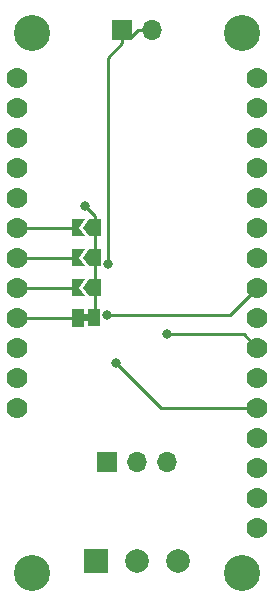
<source format=gbr>
G04 #@! TF.GenerationSoftware,KiCad,Pcbnew,5.0.2-bee76a0~70~ubuntu18.04.1*
G04 #@! TF.CreationDate,2020-02-06T10:53:29-08:00*
G04 #@! TF.ProjectId,potentiostat_featherwing,706f7465-6e74-4696-9f73-7461745f6665,rev?*
G04 #@! TF.SameCoordinates,Original*
G04 #@! TF.FileFunction,Copper,L2,Bot*
G04 #@! TF.FilePolarity,Positive*
%FSLAX46Y46*%
G04 Gerber Fmt 4.6, Leading zero omitted, Abs format (unit mm)*
G04 Created by KiCad (PCBNEW 5.0.2-bee76a0~70~ubuntu18.04.1) date Thu 06 Feb 2020 10:53:29 AM PST*
%MOMM*%
%LPD*%
G01*
G04 APERTURE LIST*
G04 #@! TA.AperFunction,ComponentPad*
%ADD10C,1.778000*%
G04 #@! TD*
G04 #@! TA.AperFunction,ComponentPad*
%ADD11C,3.048000*%
G04 #@! TD*
G04 #@! TA.AperFunction,WasherPad*
%ADD12C,3.048000*%
G04 #@! TD*
G04 #@! TA.AperFunction,ComponentPad*
%ADD13C,2.000000*%
G04 #@! TD*
G04 #@! TA.AperFunction,ComponentPad*
%ADD14R,2.000000X2.000000*%
G04 #@! TD*
G04 #@! TA.AperFunction,ComponentPad*
%ADD15R,1.700000X1.700000*%
G04 #@! TD*
G04 #@! TA.AperFunction,ComponentPad*
%ADD16O,1.700000X1.700000*%
G04 #@! TD*
G04 #@! TA.AperFunction,SMDPad,CuDef*
%ADD17C,1.000000*%
G04 #@! TD*
G04 #@! TA.AperFunction,Conductor*
%ADD18C,0.100000*%
G04 #@! TD*
G04 #@! TA.AperFunction,SMDPad,CuDef*
%ADD19R,1.000000X1.500000*%
G04 #@! TD*
G04 #@! TA.AperFunction,SMDPad,CuDef*
%ADD20C,0.300000*%
G04 #@! TD*
G04 #@! TA.AperFunction,ViaPad*
%ADD21C,0.800000*%
G04 #@! TD*
G04 #@! TA.AperFunction,Conductor*
%ADD22C,0.250000*%
G04 #@! TD*
G04 APERTURE END LIST*
D10*
G04 #@! TO.P,U1,28*
G04 #@! TO.N,Net-(U1-Pad28)*
X60960000Y-31750000D03*
G04 #@! TO.P,U1,27*
G04 #@! TO.N,Net-(U1-Pad27)*
X60960000Y-34290000D03*
G04 #@! TO.P,U1,26*
G04 #@! TO.N,Net-(U1-Pad26)*
X60960000Y-36830000D03*
G04 #@! TO.P,U1,25*
G04 #@! TO.N,Net-(U1-Pad25)*
X60960000Y-39370000D03*
G04 #@! TO.P,U1,24*
G04 #@! TO.N,Net-(U1-Pad24)*
X60960000Y-41910000D03*
G04 #@! TO.P,U1,23*
G04 #@! TO.N,Net-(U1-Pad23)*
X60960000Y-44450000D03*
G04 #@! TO.P,U1,22*
G04 #@! TO.N,Net-(U1-Pad22)*
X60960000Y-46990000D03*
G04 #@! TO.P,U1,21*
G04 #@! TO.N,/REF_ELECT_BUF*
X60960000Y-49530000D03*
G04 #@! TO.P,U1,20*
G04 #@! TO.N,Net-(U1-Pad20)*
X60960000Y-52070000D03*
G04 #@! TO.P,U1,19*
G04 #@! TO.N,/AIN_TIA*
X60960000Y-54610000D03*
G04 #@! TO.P,U1,18*
G04 #@! TO.N,Net-(U1-Pad18)*
X60960000Y-57150000D03*
G04 #@! TO.P,U1,17*
G04 #@! TO.N,/DAC_SETPT*
X60960000Y-59690000D03*
G04 #@! TO.P,U1,16*
G04 #@! TO.N,GND*
X60960000Y-62230000D03*
G04 #@! TO.P,U1,15*
G04 #@! TO.N,Net-(U1-Pad15)*
X60960000Y-64770000D03*
G04 #@! TO.P,U1,14*
G04 #@! TO.N,/3V3*
X60960000Y-67310000D03*
G04 #@! TO.P,U1,13*
G04 #@! TO.N,Net-(U1-Pad13)*
X60960000Y-69850000D03*
G04 #@! TO.P,U1,12*
G04 #@! TO.N,Net-(U1-Pad12)*
X40640000Y-59690000D03*
G04 #@! TO.P,U1,11*
G04 #@! TO.N,Net-(U1-Pad11)*
X40640000Y-57150000D03*
G04 #@! TO.P,U1,10*
G04 #@! TO.N,Net-(U1-Pad10)*
X40640000Y-54610000D03*
G04 #@! TO.P,U1,9*
G04 #@! TO.N,Net-(JP1-Pad2)*
X40640000Y-52070000D03*
G04 #@! TO.P,U1,8*
G04 #@! TO.N,Net-(JP2-Pad2)*
X40640000Y-49530000D03*
G04 #@! TO.P,U1,7*
G04 #@! TO.N,Net-(JP3-Pad2)*
X40640000Y-46990000D03*
G04 #@! TO.P,U1,6*
G04 #@! TO.N,Net-(JP4-Pad2)*
X40640000Y-44450000D03*
G04 #@! TO.P,U1,5*
G04 #@! TO.N,Net-(U1-Pad5)*
X40640000Y-41910000D03*
G04 #@! TO.P,U1,4*
G04 #@! TO.N,Net-(U1-Pad4)*
X40640000Y-39370000D03*
G04 #@! TO.P,U1,3*
G04 #@! TO.N,Net-(U1-Pad3)*
X40640000Y-36830000D03*
G04 #@! TO.P,U1,2*
G04 #@! TO.N,Net-(U1-Pad2)*
X40640000Y-34290000D03*
G04 #@! TO.P,U1,1*
G04 #@! TO.N,Net-(U1-Pad1)*
X40640000Y-31750000D03*
D11*
G04 #@! TO.P,U1,*
G04 #@! TO.N,*
X41910000Y-73660000D03*
X59690000Y-73660000D03*
D12*
X59690000Y-27940000D03*
X41910000Y-27940000D03*
G04 #@! TD*
D13*
G04 #@! TO.P,J1,2*
G04 #@! TO.N,/REF_ELECT*
X50800000Y-72644000D03*
D14*
G04 #@! TO.P,J1,1*
G04 #@! TO.N,/CTR_ELECT*
X47299880Y-72644000D03*
D13*
G04 #@! TO.P,J1,3*
G04 #@! TO.N,/WRK_ELECT*
X54300120Y-72644000D03*
G04 #@! TD*
D15*
G04 #@! TO.P,J2,1*
G04 #@! TO.N,/CTR_ELECT*
X48260000Y-64262000D03*
D16*
G04 #@! TO.P,J2,2*
G04 #@! TO.N,/REF_ELECT*
X50800000Y-64262000D03*
G04 #@! TO.P,J2,3*
G04 #@! TO.N,/WRK_ELECT*
X53340000Y-64262000D03*
G04 #@! TD*
D15*
G04 #@! TO.P,J3,1*
G04 #@! TO.N,GND*
X49530000Y-27686000D03*
D16*
G04 #@! TO.P,J3,2*
X52070000Y-27686000D03*
G04 #@! TD*
D17*
G04 #@! TO.P,JP1,1*
G04 #@! TO.N,/SWITCH*
X47132000Y-52070000D03*
D18*
G04 #@! TD*
G04 #@! TO.N,/SWITCH*
G04 #@! TO.C,JP1*
G36*
X46632000Y-52370000D02*
X46232000Y-52370000D01*
X46232000Y-51770000D01*
X46632000Y-51770000D01*
X46632000Y-51320000D01*
X47632000Y-51320000D01*
X47632000Y-52820000D01*
X46632000Y-52820000D01*
X46632000Y-52370000D01*
X46632000Y-52370000D01*
G37*
D19*
G04 #@! TO.P,JP1,2*
G04 #@! TO.N,Net-(JP1-Pad2)*
X45832000Y-52070000D03*
G04 #@! TD*
D20*
G04 #@! TO.P,JP2,1*
G04 #@! TO.N,/SWITCH*
X47207000Y-49530000D03*
D18*
G04 #@! TD*
G04 #@! TO.N,/SWITCH*
G04 #@! TO.C,JP2*
G36*
X46207000Y-49530000D02*
X46707000Y-48780000D01*
X47707000Y-48780000D01*
X47707000Y-50280000D01*
X46707000Y-50280000D01*
X46207000Y-49530000D01*
X46207000Y-49530000D01*
G37*
D20*
G04 #@! TO.P,JP2,2*
G04 #@! TO.N,Net-(JP2-Pad2)*
X45757000Y-49530000D03*
D18*
G04 #@! TD*
G04 #@! TO.N,Net-(JP2-Pad2)*
G04 #@! TO.C,JP2*
G36*
X45257000Y-48780000D02*
X46407000Y-48780000D01*
X45907000Y-49530000D01*
X46407000Y-50280000D01*
X45257000Y-50280000D01*
X45257000Y-48780000D01*
X45257000Y-48780000D01*
G37*
D20*
G04 #@! TO.P,JP3,2*
G04 #@! TO.N,Net-(JP3-Pad2)*
X45757000Y-46990000D03*
D18*
G04 #@! TD*
G04 #@! TO.N,Net-(JP3-Pad2)*
G04 #@! TO.C,JP3*
G36*
X45257000Y-46240000D02*
X46407000Y-46240000D01*
X45907000Y-46990000D01*
X46407000Y-47740000D01*
X45257000Y-47740000D01*
X45257000Y-46240000D01*
X45257000Y-46240000D01*
G37*
D20*
G04 #@! TO.P,JP3,1*
G04 #@! TO.N,/SWITCH*
X47207000Y-46990000D03*
D18*
G04 #@! TD*
G04 #@! TO.N,/SWITCH*
G04 #@! TO.C,JP3*
G36*
X46207000Y-46990000D02*
X46707000Y-46240000D01*
X47707000Y-46240000D01*
X47707000Y-47740000D01*
X46707000Y-47740000D01*
X46207000Y-46990000D01*
X46207000Y-46990000D01*
G37*
D20*
G04 #@! TO.P,JP4,2*
G04 #@! TO.N,Net-(JP4-Pad2)*
X45757000Y-44450000D03*
D18*
G04 #@! TD*
G04 #@! TO.N,Net-(JP4-Pad2)*
G04 #@! TO.C,JP4*
G36*
X45257000Y-43700000D02*
X46407000Y-43700000D01*
X45907000Y-44450000D01*
X46407000Y-45200000D01*
X45257000Y-45200000D01*
X45257000Y-43700000D01*
X45257000Y-43700000D01*
G37*
D20*
G04 #@! TO.P,JP4,1*
G04 #@! TO.N,/SWITCH*
X47207000Y-44450000D03*
D18*
G04 #@! TD*
G04 #@! TO.N,/SWITCH*
G04 #@! TO.C,JP4*
G36*
X46207000Y-44450000D02*
X46707000Y-43700000D01*
X47707000Y-43700000D01*
X47707000Y-45200000D01*
X46707000Y-45200000D01*
X46207000Y-44450000D01*
X46207000Y-44450000D01*
G37*
D21*
G04 #@! TO.N,GND*
X48308900Y-47493700D03*
G04 #@! TO.N,/AIN_TIA*
X53305300Y-53491300D03*
G04 #@! TO.N,/DAC_SETPT*
X48992800Y-55880000D03*
G04 #@! TO.N,/REF_ELECT_BUF*
X48249900Y-51816000D03*
G04 #@! TO.N,/SWITCH*
X46378700Y-42622300D03*
G04 #@! TD*
D22*
G04 #@! TO.N,GND*
X52070000Y-27686000D02*
X50894700Y-27686000D01*
X49530000Y-28273600D02*
X50307100Y-28273600D01*
X50307100Y-28273600D02*
X50894700Y-27686000D01*
X49530000Y-28273600D02*
X49530000Y-28861300D01*
X49530000Y-27686000D02*
X49530000Y-28273600D01*
X49530000Y-28861300D02*
X48308900Y-30082400D01*
X48308900Y-30082400D02*
X48308900Y-47493700D01*
G04 #@! TO.N,/AIN_TIA*
X60960000Y-54610000D02*
X59841400Y-53491400D01*
X59841400Y-53491400D02*
X53305300Y-53491400D01*
X53305300Y-53491400D02*
X53305300Y-53491300D01*
G04 #@! TO.N,/DAC_SETPT*
X60960000Y-59690000D02*
X52802800Y-59690000D01*
X52802800Y-59690000D02*
X48992800Y-55880000D01*
G04 #@! TO.N,/REF_ELECT_BUF*
X60960000Y-49530000D02*
X58674000Y-51816000D01*
X58674000Y-51816000D02*
X48249900Y-51816000D01*
G04 #@! TO.N,/SWITCH*
X47207000Y-44450000D02*
X47207000Y-43450600D01*
X47207000Y-43450600D02*
X46378700Y-42622300D01*
X47207000Y-49530000D02*
X47207000Y-51995000D01*
X47207000Y-51995000D02*
X47132000Y-52070000D01*
X47207000Y-46990000D02*
X47207000Y-49530000D01*
X47207000Y-44450000D02*
X47207000Y-46990000D01*
G04 #@! TO.N,Net-(JP1-Pad2)*
X45832000Y-52070000D02*
X40640000Y-52070000D01*
G04 #@! TO.N,Net-(JP2-Pad2)*
X45757000Y-49530000D02*
X40640000Y-49530000D01*
G04 #@! TO.N,Net-(JP3-Pad2)*
X45757000Y-46990000D02*
X40640000Y-46990000D01*
G04 #@! TO.N,Net-(JP4-Pad2)*
X45757000Y-44450000D02*
X40640000Y-44450000D01*
G04 #@! TD*
M02*

</source>
